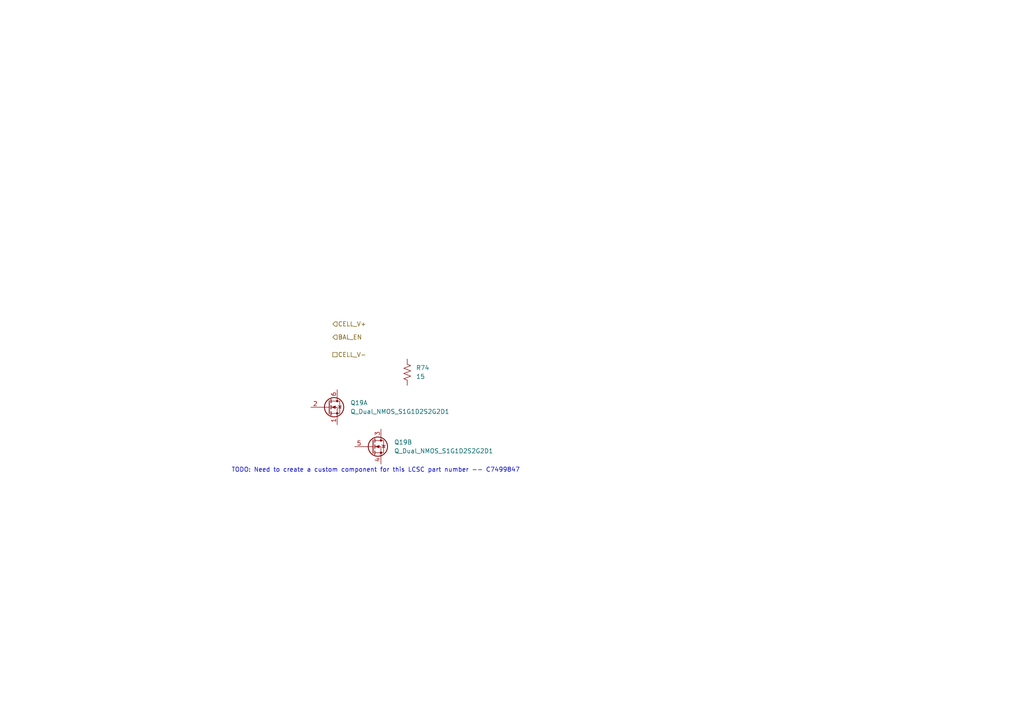
<source format=kicad_sch>
(kicad_sch (version 20231120) (generator "eeschema") (generator_version "8.0")
  (paper "A4")
  (lib_symbols
    (symbol "Device:Q_Dual_NMOS_S1G1D2S2G2D1" (pin_names (offset 0) hide)
      (property "Reference" "Q" (at 6.35 1.27 0))
      (property "Value" "Q_Dual_NMOS_S1G1D2S2G2D1" (at 19.05 -1.27 0))
      (symbol "Q_Dual_NMOS_S1G1D2S2G2D1_0_1"
        (polyline (pts (xy 0.254 0) (xy -2.54 0)))
        (polyline (pts (xy 0.254 1.905) (xy 0.254 -1.905)) (stroke (width 0.254)))
        (polyline (pts (xy 0.762 -1.27) (xy 0.762 -2.286)) (stroke (width 0.254)))
        (polyline (pts (xy 0.762 0.508) (xy 0.762 -0.508)) (stroke (width 0.254)))
        (polyline (pts (xy 0.762 2.286) (xy 0.762 1.27)) (stroke (width 0.254)))
        (polyline (pts (xy 2.54 2.54) (xy 2.54 1.778)))
        (polyline (pts (xy 2.54 -2.54) (xy 2.54 0) (xy 0.762 0)))
        (polyline (pts (xy 0.762 -1.778) (xy 3.302 -1.778) (xy 3.302 1.778) (xy 0.762 1.778)))
        (polyline (pts (xy 1.016 0) (xy 2.032 0.381) (xy 2.032 -0.381) (xy 1.016 0)) (fill (type outline)))
        (polyline (pts (xy 2.794 0.508) (xy 2.921 0.381) (xy 3.683 0.381) (xy 3.81 0.254)))
        (polyline (pts (xy 3.302 0.381) (xy 2.921 -0.254) (xy 3.683 -0.254) (xy 3.302 0.381)))
        (circle (center 1.651 0) (radius 2.794) (stroke (width 0.254)))
        (circle (center 2.54 -1.778) (radius 0.254) (fill (type outline)))
        (circle (center 2.54 1.778) (radius 0.254) (fill (type outline)))
      )
      (symbol "Q_Dual_NMOS_S1G1D2S2G2D1_1_1"
        (pin passive line (at 2.54 -5.08 90) (length 2.54) (name "S") (number "1"))
        (pin input line (at -5.08 0 0) (length 2.54) (name "G") (number "2"))
        (pin passive line (at 2.54 5.08 270) (length 2.54) (name "D") (number "6"))
      )
      (symbol "Q_Dual_NMOS_S1G1D2S2G2D1_2_1"
        (pin passive line (at 2.54 5.08 270) (length 2.54) (name "D") (number "3"))
        (pin passive line (at 2.54 -5.08 90) (length 2.54) (name "S") (number "4"))
        (pin input line (at -5.08 0 0) (length 2.54) (name "G") (number "5"))
      )
    )
    (symbol "Device:R_US" (pin_numbers hide) (pin_names (offset 0))
      (property "Reference" "R" (at 2.54 0 90))
      (property "Value" "R_US" (at -2.54 0 90))
      (symbol "R_US_0_1"
        (polyline (pts (xy 0 -2.286) (xy 0 -2.54)))
        (polyline (pts (xy 0 2.286) (xy 0 2.54)))
        (polyline (pts (xy 0 -0.762) (xy 1.016 -1.143) (xy 0 -1.524) (xy -1.016 -1.905) (xy 0 -2.286)))
        (polyline (pts (xy 0 0.762) (xy 1.016 0.381) (xy 0 0) (xy -1.016 -0.381) (xy 0 -0.762)))
        (polyline (pts (xy 0 2.286) (xy 1.016 1.905) (xy 0 1.524) (xy -1.016 1.143) (xy 0 0.762)))
      )
      (symbol "R_US_1_1"
        (pin passive line (at 0 3.81 270) (length 1.27) (name "~") (number "1"))
        (pin passive line (at 0 -3.81 90) (length 1.27) (name "~") (number "2"))
      )
    )
  )
  (text "TODO: Need to create a custom component for this LCSC part number -- C7499847" (at 108.966 136.398 0) (effects (font (size 1.27 1.27))))
  (hierarchical_label "CELL_V+" (shape input) (at 96.52 93.98 0))
  (hierarchical_label "CELL_V-" (shape passive) (at 96.52 102.87 0))
  (hierarchical_label "BAL_EN" (shape input) (at 96.52 97.79 0))
  (symbol (lib_id "Device:R_US") (at 118.11 107.95 0) (unit 1)
    (property "Reference" "R74" (at 120.65 106.6799 0) (effects (justify left)))
    (property "Value" "15" (at 120.65 109.2199 0) (effects (justify left)))
    (property "Footprint" "Resistor_SMD:R_2512_6332Metric" (effects (hide yes)))
    (property "Description" "Resistor, US symbol" (effects (hide yes)))
    (property "LCSC" "C2934051" (effects (hide yes)))
  )
  (symbol (lib_id "Device:Q_Dual_NMOS_S1G1D2S2G2D1") (at 107.95 129.54 0) (unit 2)
    (property "Reference" "Q19" (at 114.3 128.2699 0) (effects (justify left)))
    (property "Value" "Q_Dual_NMOS_S1G1D2S2G2D1" (at 114.3 130.8099 0) (effects (justify left)))
    (property "Description" "Dual NMOS transistor, 6 pin package" (effects (hide yes)))
  )
  (symbol (lib_id "Device:Q_Dual_NMOS_S1G1D2S2G2D1") (at 95.25 118.11 0) (unit 1)
    (property "Reference" "Q19" (at 101.6 116.8399 0) (effects (justify left)))
    (property "Value" "Q_Dual_NMOS_S1G1D2S2G2D1" (at 101.6 119.3799 0) (effects (justify left)))
    (property "Description" "Dual NMOS transistor, 6 pin package" (effects (hide yes)))
  )
)
</source>
